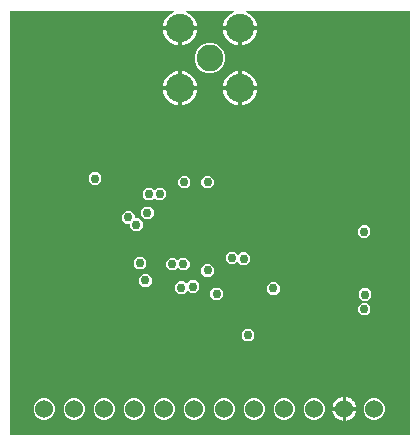
<source format=gbr>
G04 EAGLE Gerber RS-274X export*
G75*
%MOMM*%
%FSLAX34Y34*%
%LPD*%
%INEAGLE Copper Layer 2*%
%IPPOS*%
%AMOC8*
5,1,8,0,0,1.08239X$1,22.5*%
G01*
%ADD10C,2.250000*%
%ADD11C,2.400000*%
%ADD12C,1.524000*%
%ADD13C,0.756400*%

G36*
X339098Y-39836D02*
X339098Y-39836D01*
X339117Y-39838D01*
X339219Y-39816D01*
X339321Y-39800D01*
X339338Y-39790D01*
X339358Y-39786D01*
X339447Y-39733D01*
X339538Y-39684D01*
X339552Y-39670D01*
X339569Y-39660D01*
X339636Y-39581D01*
X339708Y-39506D01*
X339716Y-39488D01*
X339729Y-39473D01*
X339768Y-39377D01*
X339811Y-39283D01*
X339813Y-39263D01*
X339821Y-39245D01*
X339839Y-39078D01*
X339839Y319078D01*
X339836Y319098D01*
X339838Y319117D01*
X339816Y319219D01*
X339800Y319321D01*
X339790Y319338D01*
X339786Y319358D01*
X339733Y319447D01*
X339684Y319538D01*
X339670Y319552D01*
X339660Y319569D01*
X339581Y319636D01*
X339506Y319708D01*
X339488Y319716D01*
X339473Y319729D01*
X339377Y319768D01*
X339283Y319811D01*
X339263Y319813D01*
X339245Y319821D01*
X339078Y319839D01*
X201629Y319839D01*
X201562Y319828D01*
X201495Y319827D01*
X201442Y319809D01*
X201386Y319800D01*
X201327Y319768D01*
X201263Y319745D01*
X201219Y319711D01*
X201169Y319684D01*
X201122Y319635D01*
X201069Y319594D01*
X201038Y319547D01*
X201000Y319506D01*
X200971Y319445D01*
X200934Y319388D01*
X200920Y319334D01*
X200896Y319283D01*
X200889Y319216D01*
X200871Y319150D01*
X200875Y319094D01*
X200869Y319039D01*
X200883Y318972D01*
X200888Y318905D01*
X200909Y318853D01*
X200921Y318798D01*
X200956Y318740D01*
X200982Y318677D01*
X201019Y318635D01*
X201047Y318587D01*
X201099Y318543D01*
X201143Y318492D01*
X201209Y318449D01*
X201234Y318427D01*
X201254Y318419D01*
X201284Y318400D01*
X203351Y317346D01*
X205203Y316001D01*
X206821Y314383D01*
X208166Y312531D01*
X209205Y310492D01*
X209913Y308315D01*
X210211Y306433D01*
X196492Y306433D01*
X196472Y306430D01*
X196453Y306432D01*
X196351Y306410D01*
X196249Y306393D01*
X196232Y306384D01*
X196212Y306380D01*
X196123Y306327D01*
X196032Y306278D01*
X196018Y306264D01*
X196001Y306254D01*
X195934Y306175D01*
X195863Y306100D01*
X195854Y306082D01*
X195841Y306067D01*
X195803Y305971D01*
X195759Y305877D01*
X195757Y305857D01*
X195749Y305839D01*
X195731Y305672D01*
X195731Y304909D01*
X195729Y304909D01*
X195729Y305672D01*
X195726Y305692D01*
X195728Y305711D01*
X195706Y305813D01*
X195689Y305915D01*
X195680Y305932D01*
X195676Y305952D01*
X195623Y306041D01*
X195574Y306132D01*
X195560Y306146D01*
X195550Y306163D01*
X195471Y306230D01*
X195396Y306301D01*
X195378Y306310D01*
X195363Y306323D01*
X195267Y306362D01*
X195173Y306405D01*
X195153Y306407D01*
X195135Y306415D01*
X194968Y306433D01*
X181249Y306433D01*
X181547Y308315D01*
X182255Y310492D01*
X183294Y312531D01*
X184639Y314383D01*
X186257Y316001D01*
X188109Y317346D01*
X190176Y318400D01*
X190231Y318440D01*
X190291Y318472D01*
X190329Y318512D01*
X190375Y318545D01*
X190414Y318601D01*
X190460Y318650D01*
X190484Y318701D01*
X190516Y318747D01*
X190535Y318812D01*
X190564Y318873D01*
X190570Y318929D01*
X190586Y318982D01*
X190584Y319050D01*
X190591Y319117D01*
X190579Y319172D01*
X190577Y319228D01*
X190553Y319291D01*
X190539Y319358D01*
X190510Y319406D01*
X190490Y319458D01*
X190447Y319511D01*
X190413Y319569D01*
X190370Y319605D01*
X190335Y319649D01*
X190277Y319685D01*
X190226Y319729D01*
X190174Y319750D01*
X190126Y319780D01*
X190060Y319795D01*
X189998Y319821D01*
X189919Y319829D01*
X189887Y319837D01*
X189866Y319835D01*
X189831Y319839D01*
X150829Y319839D01*
X150762Y319828D01*
X150695Y319827D01*
X150642Y319809D01*
X150586Y319800D01*
X150527Y319768D01*
X150463Y319745D01*
X150419Y319711D01*
X150369Y319684D01*
X150322Y319635D01*
X150269Y319594D01*
X150238Y319547D01*
X150200Y319506D01*
X150171Y319445D01*
X150134Y319388D01*
X150120Y319334D01*
X150096Y319283D01*
X150089Y319216D01*
X150071Y319150D01*
X150075Y319094D01*
X150069Y319039D01*
X150083Y318972D01*
X150088Y318905D01*
X150109Y318853D01*
X150121Y318798D01*
X150156Y318740D01*
X150182Y318677D01*
X150219Y318635D01*
X150247Y318587D01*
X150299Y318543D01*
X150343Y318492D01*
X150409Y318449D01*
X150434Y318427D01*
X150454Y318419D01*
X150484Y318400D01*
X152551Y317346D01*
X154403Y316001D01*
X156021Y314383D01*
X157366Y312531D01*
X158405Y310492D01*
X159113Y308315D01*
X159411Y306433D01*
X145692Y306433D01*
X145672Y306430D01*
X145653Y306432D01*
X145551Y306410D01*
X145449Y306393D01*
X145432Y306384D01*
X145412Y306380D01*
X145323Y306327D01*
X145232Y306278D01*
X145218Y306264D01*
X145201Y306254D01*
X145134Y306175D01*
X145063Y306100D01*
X145054Y306082D01*
X145041Y306067D01*
X145003Y305971D01*
X144959Y305877D01*
X144957Y305857D01*
X144949Y305839D01*
X144931Y305672D01*
X144931Y304909D01*
X144929Y304909D01*
X144929Y305672D01*
X144926Y305692D01*
X144928Y305711D01*
X144906Y305813D01*
X144889Y305915D01*
X144880Y305932D01*
X144876Y305952D01*
X144823Y306041D01*
X144774Y306132D01*
X144760Y306146D01*
X144750Y306163D01*
X144671Y306230D01*
X144596Y306301D01*
X144578Y306310D01*
X144563Y306323D01*
X144467Y306362D01*
X144373Y306405D01*
X144353Y306407D01*
X144335Y306415D01*
X144168Y306433D01*
X130449Y306433D01*
X130747Y308315D01*
X131455Y310492D01*
X132494Y312531D01*
X133839Y314383D01*
X135457Y316001D01*
X137309Y317346D01*
X139376Y318400D01*
X139431Y318440D01*
X139491Y318472D01*
X139529Y318512D01*
X139575Y318545D01*
X139614Y318601D01*
X139660Y318650D01*
X139684Y318701D01*
X139716Y318747D01*
X139735Y318812D01*
X139764Y318873D01*
X139770Y318929D01*
X139786Y318982D01*
X139784Y319050D01*
X139791Y319117D01*
X139779Y319172D01*
X139777Y319228D01*
X139753Y319291D01*
X139739Y319358D01*
X139710Y319406D01*
X139690Y319458D01*
X139647Y319511D01*
X139613Y319569D01*
X139570Y319605D01*
X139535Y319649D01*
X139477Y319685D01*
X139426Y319729D01*
X139374Y319750D01*
X139326Y319780D01*
X139260Y319795D01*
X139198Y319821D01*
X139119Y319829D01*
X139087Y319837D01*
X139066Y319835D01*
X139031Y319839D01*
X1922Y319839D01*
X1902Y319836D01*
X1883Y319838D01*
X1781Y319816D01*
X1679Y319800D01*
X1662Y319790D01*
X1642Y319786D01*
X1553Y319733D01*
X1462Y319684D01*
X1448Y319670D01*
X1431Y319660D01*
X1364Y319581D01*
X1292Y319506D01*
X1284Y319488D01*
X1271Y319473D01*
X1232Y319377D01*
X1189Y319283D01*
X1187Y319263D01*
X1179Y319245D01*
X1161Y319078D01*
X1161Y-39078D01*
X1164Y-39098D01*
X1162Y-39117D01*
X1184Y-39219D01*
X1200Y-39321D01*
X1210Y-39338D01*
X1214Y-39358D01*
X1267Y-39447D01*
X1316Y-39538D01*
X1330Y-39552D01*
X1340Y-39569D01*
X1419Y-39636D01*
X1494Y-39708D01*
X1512Y-39716D01*
X1527Y-39729D01*
X1623Y-39768D01*
X1717Y-39811D01*
X1737Y-39813D01*
X1755Y-39821D01*
X1922Y-39839D01*
X339078Y-39839D01*
X339098Y-39836D01*
G37*
%LPC*%
G36*
X167789Y266735D02*
X167789Y266735D01*
X163094Y268680D01*
X159500Y272274D01*
X157555Y276969D01*
X157555Y282051D01*
X159500Y286746D01*
X163094Y290340D01*
X167789Y292285D01*
X172871Y292285D01*
X177566Y290340D01*
X181160Y286746D01*
X183105Y282051D01*
X183105Y276969D01*
X181160Y272274D01*
X177566Y268680D01*
X172871Y266735D01*
X167789Y266735D01*
G37*
%LPD*%
%LPC*%
G36*
X180781Y-26445D02*
X180781Y-26445D01*
X177420Y-25053D01*
X174847Y-22480D01*
X173455Y-19119D01*
X173455Y-15481D01*
X174847Y-12120D01*
X177420Y-9547D01*
X180781Y-8155D01*
X184419Y-8155D01*
X187780Y-9547D01*
X190353Y-12120D01*
X191745Y-15481D01*
X191745Y-19119D01*
X190353Y-22480D01*
X187780Y-25053D01*
X184419Y-26445D01*
X180781Y-26445D01*
G37*
%LPD*%
%LPC*%
G36*
X206181Y-26445D02*
X206181Y-26445D01*
X202820Y-25053D01*
X200247Y-22480D01*
X198855Y-19119D01*
X198855Y-15481D01*
X200247Y-12120D01*
X202820Y-9547D01*
X206181Y-8155D01*
X209819Y-8155D01*
X213180Y-9547D01*
X215753Y-12120D01*
X217145Y-15481D01*
X217145Y-19119D01*
X215753Y-22480D01*
X213180Y-25053D01*
X209819Y-26445D01*
X206181Y-26445D01*
G37*
%LPD*%
%LPC*%
G36*
X231581Y-26445D02*
X231581Y-26445D01*
X228220Y-25053D01*
X225647Y-22480D01*
X224255Y-19119D01*
X224255Y-15481D01*
X225647Y-12120D01*
X228220Y-9547D01*
X231581Y-8155D01*
X235219Y-8155D01*
X238580Y-9547D01*
X241153Y-12120D01*
X242545Y-15481D01*
X242545Y-19119D01*
X241153Y-22480D01*
X238580Y-25053D01*
X235219Y-26445D01*
X231581Y-26445D01*
G37*
%LPD*%
%LPC*%
G36*
X104581Y-26445D02*
X104581Y-26445D01*
X101220Y-25053D01*
X98647Y-22480D01*
X97255Y-19119D01*
X97255Y-15481D01*
X98647Y-12120D01*
X101220Y-9547D01*
X104581Y-8155D01*
X108219Y-8155D01*
X111580Y-9547D01*
X114153Y-12120D01*
X115545Y-15481D01*
X115545Y-19119D01*
X114153Y-22480D01*
X111580Y-25053D01*
X108219Y-26445D01*
X104581Y-26445D01*
G37*
%LPD*%
%LPC*%
G36*
X256981Y-26445D02*
X256981Y-26445D01*
X253620Y-25053D01*
X251047Y-22480D01*
X249655Y-19119D01*
X249655Y-15481D01*
X251047Y-12120D01*
X253620Y-9547D01*
X256981Y-8155D01*
X260619Y-8155D01*
X263980Y-9547D01*
X266553Y-12120D01*
X267945Y-15481D01*
X267945Y-19119D01*
X266553Y-22480D01*
X263980Y-25053D01*
X260619Y-26445D01*
X256981Y-26445D01*
G37*
%LPD*%
%LPC*%
G36*
X307781Y-26445D02*
X307781Y-26445D01*
X304420Y-25053D01*
X301847Y-22480D01*
X300455Y-19119D01*
X300455Y-15481D01*
X301847Y-12120D01*
X304420Y-9547D01*
X307781Y-8155D01*
X311419Y-8155D01*
X314780Y-9547D01*
X317353Y-12120D01*
X318745Y-15481D01*
X318745Y-19119D01*
X317353Y-22480D01*
X314780Y-25053D01*
X311419Y-26445D01*
X307781Y-26445D01*
G37*
%LPD*%
%LPC*%
G36*
X28381Y-26445D02*
X28381Y-26445D01*
X25020Y-25053D01*
X22447Y-22480D01*
X21055Y-19119D01*
X21055Y-15481D01*
X22447Y-12120D01*
X25020Y-9547D01*
X28381Y-8155D01*
X32019Y-8155D01*
X35380Y-9547D01*
X37953Y-12120D01*
X39345Y-15481D01*
X39345Y-19119D01*
X37953Y-22480D01*
X35380Y-25053D01*
X32019Y-26445D01*
X28381Y-26445D01*
G37*
%LPD*%
%LPC*%
G36*
X53781Y-26445D02*
X53781Y-26445D01*
X50420Y-25053D01*
X47847Y-22480D01*
X46455Y-19119D01*
X46455Y-15481D01*
X47847Y-12120D01*
X50420Y-9547D01*
X53781Y-8155D01*
X57419Y-8155D01*
X60780Y-9547D01*
X63353Y-12120D01*
X64745Y-15481D01*
X64745Y-19119D01*
X63353Y-22480D01*
X60780Y-25053D01*
X57419Y-26445D01*
X53781Y-26445D01*
G37*
%LPD*%
%LPC*%
G36*
X79181Y-26445D02*
X79181Y-26445D01*
X75820Y-25053D01*
X73247Y-22480D01*
X71855Y-19119D01*
X71855Y-15481D01*
X73247Y-12120D01*
X75820Y-9547D01*
X79181Y-8155D01*
X82819Y-8155D01*
X86180Y-9547D01*
X88753Y-12120D01*
X90145Y-15481D01*
X90145Y-19119D01*
X88753Y-22480D01*
X86180Y-25053D01*
X82819Y-26445D01*
X79181Y-26445D01*
G37*
%LPD*%
%LPC*%
G36*
X129981Y-26445D02*
X129981Y-26445D01*
X126620Y-25053D01*
X124047Y-22480D01*
X122655Y-19119D01*
X122655Y-15481D01*
X124047Y-12120D01*
X126620Y-9547D01*
X129981Y-8155D01*
X133619Y-8155D01*
X136980Y-9547D01*
X139553Y-12120D01*
X140945Y-15481D01*
X140945Y-19119D01*
X139553Y-22480D01*
X136980Y-25053D01*
X133619Y-26445D01*
X129981Y-26445D01*
G37*
%LPD*%
%LPC*%
G36*
X155381Y-26445D02*
X155381Y-26445D01*
X152020Y-25053D01*
X149447Y-22480D01*
X148055Y-19119D01*
X148055Y-15481D01*
X149447Y-12120D01*
X152020Y-9547D01*
X155381Y-8155D01*
X159019Y-8155D01*
X162380Y-9547D01*
X164953Y-12120D01*
X166345Y-15481D01*
X166345Y-19119D01*
X164953Y-22480D01*
X162380Y-25053D01*
X159019Y-26445D01*
X155381Y-26445D01*
G37*
%LPD*%
%LPC*%
G36*
X144106Y80037D02*
X144106Y80037D01*
X140997Y83146D01*
X140997Y87542D01*
X144106Y90651D01*
X148502Y90651D01*
X150338Y88815D01*
X150354Y88804D01*
X150366Y88788D01*
X150454Y88732D01*
X150537Y88672D01*
X150556Y88666D01*
X150573Y88655D01*
X150674Y88630D01*
X150773Y88599D01*
X150792Y88600D01*
X150812Y88595D01*
X150915Y88603D01*
X151018Y88606D01*
X151037Y88612D01*
X151057Y88614D01*
X151152Y88654D01*
X151249Y88690D01*
X151265Y88703D01*
X151283Y88710D01*
X151414Y88815D01*
X154012Y91413D01*
X158408Y91413D01*
X161517Y88304D01*
X161517Y83908D01*
X158408Y80799D01*
X154012Y80799D01*
X152176Y82635D01*
X152160Y82646D01*
X152148Y82662D01*
X152060Y82718D01*
X151977Y82778D01*
X151958Y82784D01*
X151941Y82795D01*
X151840Y82820D01*
X151741Y82851D01*
X151722Y82850D01*
X151702Y82855D01*
X151599Y82847D01*
X151496Y82844D01*
X151477Y82838D01*
X151457Y82836D01*
X151362Y82796D01*
X151265Y82760D01*
X151249Y82747D01*
X151231Y82740D01*
X151100Y82635D01*
X148502Y80037D01*
X144106Y80037D01*
G37*
%LPD*%
%LPC*%
G36*
X196684Y104421D02*
X196684Y104421D01*
X194086Y107019D01*
X194070Y107030D01*
X194058Y107046D01*
X193970Y107102D01*
X193887Y107162D01*
X193868Y107168D01*
X193851Y107179D01*
X193750Y107204D01*
X193651Y107235D01*
X193632Y107234D01*
X193612Y107239D01*
X193509Y107231D01*
X193406Y107228D01*
X193387Y107222D01*
X193367Y107220D01*
X193272Y107180D01*
X193175Y107144D01*
X193159Y107131D01*
X193141Y107124D01*
X193010Y107019D01*
X191174Y105183D01*
X186778Y105183D01*
X183669Y108292D01*
X183669Y112688D01*
X186778Y115797D01*
X191174Y115797D01*
X193772Y113199D01*
X193788Y113188D01*
X193800Y113172D01*
X193888Y113116D01*
X193971Y113056D01*
X193990Y113050D01*
X194007Y113039D01*
X194108Y113014D01*
X194207Y112983D01*
X194226Y112984D01*
X194246Y112979D01*
X194349Y112987D01*
X194452Y112990D01*
X194471Y112996D01*
X194491Y112998D01*
X194586Y113038D01*
X194683Y113074D01*
X194699Y113087D01*
X194717Y113094D01*
X194848Y113199D01*
X196684Y115035D01*
X201080Y115035D01*
X204189Y111926D01*
X204189Y107530D01*
X201080Y104421D01*
X196684Y104421D01*
G37*
%LPD*%
%LPC*%
G36*
X106006Y133377D02*
X106006Y133377D01*
X102897Y136486D01*
X102897Y138712D01*
X102894Y138732D01*
X102896Y138751D01*
X102874Y138853D01*
X102858Y138955D01*
X102848Y138972D01*
X102844Y138992D01*
X102791Y139081D01*
X102742Y139172D01*
X102728Y139186D01*
X102718Y139203D01*
X102639Y139270D01*
X102564Y139342D01*
X102546Y139350D01*
X102531Y139363D01*
X102435Y139402D01*
X102341Y139445D01*
X102321Y139447D01*
X102303Y139455D01*
X102136Y139473D01*
X99148Y139473D01*
X96039Y142582D01*
X96039Y146978D01*
X99148Y150087D01*
X103544Y150087D01*
X106653Y146978D01*
X106653Y144752D01*
X106656Y144732D01*
X106654Y144713D01*
X106676Y144611D01*
X106692Y144509D01*
X106702Y144492D01*
X106706Y144472D01*
X106759Y144383D01*
X106808Y144292D01*
X106822Y144278D01*
X106832Y144261D01*
X106911Y144194D01*
X106986Y144122D01*
X107004Y144114D01*
X107019Y144101D01*
X107115Y144062D01*
X107209Y144019D01*
X107229Y144017D01*
X107247Y144009D01*
X107414Y143991D01*
X110402Y143991D01*
X113511Y140882D01*
X113511Y136486D01*
X110402Y133377D01*
X106006Y133377D01*
G37*
%LPD*%
%LPC*%
G36*
X116674Y159285D02*
X116674Y159285D01*
X113565Y162394D01*
X113565Y166790D01*
X116674Y169899D01*
X121070Y169899D01*
X122906Y168063D01*
X122922Y168052D01*
X122934Y168036D01*
X123022Y167980D01*
X123105Y167920D01*
X123124Y167914D01*
X123141Y167903D01*
X123242Y167878D01*
X123341Y167847D01*
X123360Y167848D01*
X123380Y167843D01*
X123483Y167851D01*
X123586Y167854D01*
X123605Y167860D01*
X123625Y167862D01*
X123720Y167902D01*
X123817Y167938D01*
X123833Y167951D01*
X123851Y167958D01*
X123982Y168063D01*
X125818Y169899D01*
X130214Y169899D01*
X133323Y166790D01*
X133323Y162394D01*
X130214Y159285D01*
X125818Y159285D01*
X123982Y161121D01*
X123966Y161132D01*
X123954Y161148D01*
X123866Y161204D01*
X123783Y161264D01*
X123764Y161270D01*
X123747Y161281D01*
X123646Y161306D01*
X123547Y161337D01*
X123528Y161336D01*
X123508Y161341D01*
X123405Y161333D01*
X123302Y161330D01*
X123283Y161324D01*
X123263Y161322D01*
X123168Y161282D01*
X123071Y161246D01*
X123055Y161233D01*
X123037Y161226D01*
X122906Y161121D01*
X121070Y159285D01*
X116674Y159285D01*
G37*
%LPD*%
%LPC*%
G36*
X136486Y99849D02*
X136486Y99849D01*
X133377Y102958D01*
X133377Y107354D01*
X136486Y110463D01*
X140882Y110463D01*
X142718Y108627D01*
X142734Y108616D01*
X142746Y108600D01*
X142834Y108544D01*
X142917Y108484D01*
X142936Y108478D01*
X142953Y108467D01*
X143054Y108442D01*
X143153Y108411D01*
X143172Y108412D01*
X143192Y108407D01*
X143295Y108415D01*
X143398Y108418D01*
X143417Y108424D01*
X143437Y108426D01*
X143532Y108466D01*
X143629Y108502D01*
X143645Y108515D01*
X143663Y108522D01*
X143794Y108627D01*
X145630Y110463D01*
X150026Y110463D01*
X153135Y107354D01*
X153135Y102958D01*
X150026Y99849D01*
X145630Y99849D01*
X143794Y101685D01*
X143778Y101696D01*
X143766Y101712D01*
X143678Y101768D01*
X143595Y101828D01*
X143576Y101834D01*
X143559Y101845D01*
X143458Y101870D01*
X143359Y101901D01*
X143340Y101900D01*
X143320Y101905D01*
X143217Y101897D01*
X143114Y101894D01*
X143095Y101888D01*
X143075Y101886D01*
X142980Y101846D01*
X142883Y101810D01*
X142867Y101797D01*
X142849Y101790D01*
X142718Y101685D01*
X140882Y99849D01*
X136486Y99849D01*
G37*
%LPD*%
%LPC*%
G36*
X146453Y255633D02*
X146453Y255633D01*
X146453Y268591D01*
X148335Y268293D01*
X150512Y267585D01*
X152551Y266546D01*
X154403Y265201D01*
X156021Y263583D01*
X157366Y261731D01*
X158405Y259692D01*
X159113Y257515D01*
X159411Y255633D01*
X146453Y255633D01*
G37*
%LPD*%
%LPC*%
G36*
X197253Y255633D02*
X197253Y255633D01*
X197253Y268591D01*
X199135Y268293D01*
X201312Y267585D01*
X203351Y266546D01*
X205203Y265201D01*
X206821Y263583D01*
X208166Y261731D01*
X209205Y259692D01*
X209913Y257515D01*
X210211Y255633D01*
X197253Y255633D01*
G37*
%LPD*%
%LPC*%
G36*
X197253Y303387D02*
X197253Y303387D01*
X210211Y303387D01*
X209913Y301505D01*
X209205Y299328D01*
X208166Y297289D01*
X206821Y295437D01*
X205203Y293819D01*
X203351Y292474D01*
X201312Y291435D01*
X199135Y290727D01*
X197253Y290429D01*
X197253Y303387D01*
G37*
%LPD*%
%LPC*%
G36*
X146453Y303387D02*
X146453Y303387D01*
X159411Y303387D01*
X159113Y301505D01*
X158405Y299328D01*
X157366Y297289D01*
X156021Y295437D01*
X154403Y293819D01*
X152551Y292474D01*
X150512Y291435D01*
X148335Y290727D01*
X146453Y290429D01*
X146453Y303387D01*
G37*
%LPD*%
%LPC*%
G36*
X181249Y255633D02*
X181249Y255633D01*
X181547Y257515D01*
X182255Y259692D01*
X183294Y261731D01*
X184639Y263583D01*
X186257Y265201D01*
X188109Y266546D01*
X190148Y267585D01*
X192325Y268293D01*
X194207Y268591D01*
X194207Y255633D01*
X181249Y255633D01*
G37*
%LPD*%
%LPC*%
G36*
X146453Y252587D02*
X146453Y252587D01*
X159411Y252587D01*
X159113Y250705D01*
X158405Y248528D01*
X157366Y246489D01*
X156021Y244637D01*
X154403Y243019D01*
X152551Y241674D01*
X150512Y240635D01*
X148335Y239927D01*
X146453Y239629D01*
X146453Y252587D01*
G37*
%LPD*%
%LPC*%
G36*
X130449Y255633D02*
X130449Y255633D01*
X130747Y257515D01*
X131455Y259692D01*
X132494Y261731D01*
X133839Y263583D01*
X135457Y265201D01*
X137309Y266546D01*
X139348Y267585D01*
X141525Y268293D01*
X143407Y268591D01*
X143407Y255633D01*
X130449Y255633D01*
G37*
%LPD*%
%LPC*%
G36*
X197253Y252587D02*
X197253Y252587D01*
X210211Y252587D01*
X209913Y250705D01*
X209205Y248528D01*
X208166Y246489D01*
X206821Y244637D01*
X205203Y243019D01*
X203351Y241674D01*
X201312Y240635D01*
X199135Y239927D01*
X197253Y239629D01*
X197253Y252587D01*
G37*
%LPD*%
%LPC*%
G36*
X192325Y290727D02*
X192325Y290727D01*
X190148Y291435D01*
X188109Y292474D01*
X186257Y293819D01*
X184639Y295437D01*
X183294Y297289D01*
X182255Y299328D01*
X181547Y301505D01*
X181249Y303387D01*
X194207Y303387D01*
X194207Y290429D01*
X192325Y290727D01*
G37*
%LPD*%
%LPC*%
G36*
X141525Y290727D02*
X141525Y290727D01*
X139348Y291435D01*
X137309Y292474D01*
X135457Y293819D01*
X133839Y295437D01*
X132494Y297289D01*
X131455Y299328D01*
X130747Y301505D01*
X130449Y303387D01*
X143407Y303387D01*
X143407Y290429D01*
X141525Y290727D01*
G37*
%LPD*%
%LPC*%
G36*
X141525Y239927D02*
X141525Y239927D01*
X139348Y240635D01*
X137309Y241674D01*
X135457Y243019D01*
X133839Y244637D01*
X132494Y246489D01*
X131455Y248528D01*
X130747Y250705D01*
X130449Y252587D01*
X143407Y252587D01*
X143407Y239629D01*
X141525Y239927D01*
G37*
%LPD*%
%LPC*%
G36*
X192325Y239927D02*
X192325Y239927D01*
X190148Y240635D01*
X188109Y241674D01*
X186257Y243019D01*
X184639Y244637D01*
X183294Y246489D01*
X182255Y248528D01*
X181547Y250705D01*
X181249Y252587D01*
X194207Y252587D01*
X194207Y239629D01*
X192325Y239927D01*
G37*
%LPD*%
%LPC*%
G36*
X166204Y94515D02*
X166204Y94515D01*
X163095Y97624D01*
X163095Y102020D01*
X166204Y105129D01*
X170600Y105129D01*
X173709Y102020D01*
X173709Y97624D01*
X170600Y94515D01*
X166204Y94515D01*
G37*
%LPD*%
%LPC*%
G36*
X113626Y86133D02*
X113626Y86133D01*
X110517Y89242D01*
X110517Y93638D01*
X113626Y96747D01*
X118022Y96747D01*
X121131Y93638D01*
X121131Y89242D01*
X118022Y86133D01*
X113626Y86133D01*
G37*
%LPD*%
%LPC*%
G36*
X109054Y100611D02*
X109054Y100611D01*
X105945Y103720D01*
X105945Y108116D01*
X109054Y111225D01*
X113450Y111225D01*
X116559Y108116D01*
X116559Y103720D01*
X113450Y100611D01*
X109054Y100611D01*
G37*
%LPD*%
%LPC*%
G36*
X221830Y79275D02*
X221830Y79275D01*
X218721Y82384D01*
X218721Y86780D01*
X221830Y89889D01*
X226226Y89889D01*
X229335Y86780D01*
X229335Y82384D01*
X226226Y79275D01*
X221830Y79275D01*
G37*
%LPD*%
%LPC*%
G36*
X173824Y74703D02*
X173824Y74703D01*
X170715Y77812D01*
X170715Y82208D01*
X173824Y85317D01*
X178220Y85317D01*
X181329Y82208D01*
X181329Y77812D01*
X178220Y74703D01*
X173824Y74703D01*
G37*
%LPD*%
%LPC*%
G36*
X299554Y73941D02*
X299554Y73941D01*
X296445Y77050D01*
X296445Y81446D01*
X299554Y84555D01*
X303950Y84555D01*
X307059Y81446D01*
X307059Y77050D01*
X303950Y73941D01*
X299554Y73941D01*
G37*
%LPD*%
%LPC*%
G36*
X298792Y61749D02*
X298792Y61749D01*
X295683Y64858D01*
X295683Y69254D01*
X298792Y72363D01*
X303188Y72363D01*
X306297Y69254D01*
X306297Y64858D01*
X303188Y61749D01*
X298792Y61749D01*
G37*
%LPD*%
%LPC*%
G36*
X200494Y39651D02*
X200494Y39651D01*
X197385Y42760D01*
X197385Y47156D01*
X200494Y50265D01*
X204890Y50265D01*
X207999Y47156D01*
X207999Y42760D01*
X204890Y39651D01*
X200494Y39651D01*
G37*
%LPD*%
%LPC*%
G36*
X298792Y127281D02*
X298792Y127281D01*
X295683Y130390D01*
X295683Y134786D01*
X298792Y137895D01*
X303188Y137895D01*
X306297Y134786D01*
X306297Y130390D01*
X303188Y127281D01*
X298792Y127281D01*
G37*
%LPD*%
%LPC*%
G36*
X115150Y143283D02*
X115150Y143283D01*
X112041Y146392D01*
X112041Y150788D01*
X115150Y153897D01*
X119546Y153897D01*
X122655Y150788D01*
X122655Y146392D01*
X119546Y143283D01*
X115150Y143283D01*
G37*
%LPD*%
%LPC*%
G36*
X146392Y169191D02*
X146392Y169191D01*
X143283Y172300D01*
X143283Y176696D01*
X146392Y179805D01*
X150788Y179805D01*
X153897Y176696D01*
X153897Y172300D01*
X150788Y169191D01*
X146392Y169191D01*
G37*
%LPD*%
%LPC*%
G36*
X166204Y169191D02*
X166204Y169191D01*
X163095Y172300D01*
X163095Y176696D01*
X166204Y179805D01*
X170600Y179805D01*
X173709Y176696D01*
X173709Y172300D01*
X170600Y169191D01*
X166204Y169191D01*
G37*
%LPD*%
%LPC*%
G36*
X70954Y172239D02*
X70954Y172239D01*
X67845Y175348D01*
X67845Y179744D01*
X70954Y182853D01*
X75350Y182853D01*
X78459Y179744D01*
X78459Y175348D01*
X75350Y172239D01*
X70954Y172239D01*
G37*
%LPD*%
%LPC*%
G36*
X285723Y-18823D02*
X285723Y-18823D01*
X294246Y-18823D01*
X294111Y-19679D01*
X293616Y-21200D01*
X292890Y-22625D01*
X291950Y-23919D01*
X290819Y-25050D01*
X289525Y-25990D01*
X288100Y-26716D01*
X286579Y-27211D01*
X285723Y-27346D01*
X285723Y-18823D01*
G37*
%LPD*%
%LPC*%
G36*
X285723Y-15777D02*
X285723Y-15777D01*
X285723Y-7254D01*
X286579Y-7389D01*
X288100Y-7884D01*
X289525Y-8610D01*
X290819Y-9550D01*
X291950Y-10681D01*
X292890Y-11975D01*
X293616Y-13400D01*
X294111Y-14921D01*
X294246Y-15777D01*
X285723Y-15777D01*
G37*
%LPD*%
%LPC*%
G36*
X281821Y-27211D02*
X281821Y-27211D01*
X280300Y-26716D01*
X278875Y-25990D01*
X277581Y-25050D01*
X276450Y-23919D01*
X275510Y-22625D01*
X274784Y-21200D01*
X274289Y-19679D01*
X274154Y-18823D01*
X282677Y-18823D01*
X282677Y-27346D01*
X281821Y-27211D01*
G37*
%LPD*%
%LPC*%
G36*
X274154Y-15777D02*
X274154Y-15777D01*
X274289Y-14921D01*
X274784Y-13400D01*
X275510Y-11975D01*
X276450Y-10681D01*
X277581Y-9550D01*
X278875Y-8610D01*
X280300Y-7884D01*
X281821Y-7389D01*
X282677Y-7254D01*
X282677Y-15777D01*
X274154Y-15777D01*
G37*
%LPD*%
%LPC*%
G36*
X195729Y254109D02*
X195729Y254109D01*
X195729Y254111D01*
X195731Y254111D01*
X195731Y254109D01*
X195729Y254109D01*
G37*
%LPD*%
%LPC*%
G36*
X144929Y254109D02*
X144929Y254109D01*
X144929Y254111D01*
X144931Y254111D01*
X144931Y254109D01*
X144929Y254109D01*
G37*
%LPD*%
%LPC*%
G36*
X284199Y-17301D02*
X284199Y-17301D01*
X284199Y-17299D01*
X284201Y-17299D01*
X284201Y-17301D01*
X284199Y-17301D01*
G37*
%LPD*%
D10*
X170330Y279510D03*
D11*
X144930Y304910D03*
X144930Y254110D03*
X195730Y254110D03*
X195730Y304910D03*
D12*
X30200Y-17300D03*
X55600Y-17300D03*
X81000Y-17300D03*
X106400Y-17300D03*
X131800Y-17300D03*
X157200Y-17300D03*
X182600Y-17300D03*
X208000Y-17300D03*
X233400Y-17300D03*
X258800Y-17300D03*
X284200Y-17300D03*
X309600Y-17300D03*
D13*
X168402Y99822D03*
X156210Y86106D03*
X128016Y164592D03*
X148590Y174498D03*
X111252Y105918D03*
X168402Y174498D03*
X108204Y138684D03*
X146304Y85344D03*
X176022Y80010D03*
X198882Y109728D03*
X224028Y84582D03*
X202692Y44958D03*
X188976Y110490D03*
X300990Y67056D03*
X300990Y132588D03*
X301752Y79248D03*
X147828Y105156D03*
X138684Y105156D03*
X115824Y91440D03*
X101346Y144780D03*
X117348Y148590D03*
X118872Y164592D03*
X73152Y177546D03*
M02*

</source>
